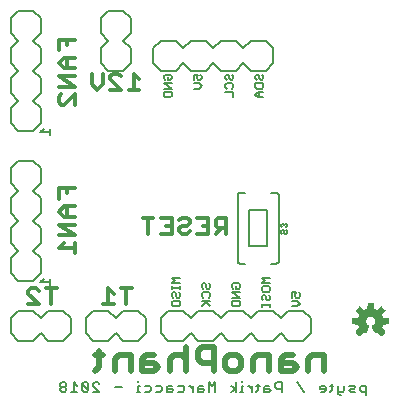
<source format=gbo>
G04 EAGLE Gerber RS-274X export*
G75*
%MOMM*%
%FSLAX34Y34*%
%LPD*%
%INSilkscreen Bottom*%
%IPPOS*%
%AMOC8*
5,1,8,0,0,1.08239X$1,22.5*%
G01*
%ADD10C,0.330200*%
%ADD11C,0.152400*%
%ADD12C,0.203200*%
%ADD13C,0.508000*%
%ADD14C,0.127000*%

G36*
X320470Y61106D02*
X320470Y61106D01*
X320578Y61116D01*
X320591Y61122D01*
X320605Y61124D01*
X320702Y61172D01*
X320801Y61217D01*
X320814Y61228D01*
X320823Y61232D01*
X320838Y61248D01*
X320915Y61310D01*
X323500Y63895D01*
X323563Y63984D01*
X323629Y64069D01*
X323634Y64082D01*
X323642Y64094D01*
X323673Y64197D01*
X323709Y64300D01*
X323709Y64314D01*
X323713Y64327D01*
X323709Y64435D01*
X323710Y64544D01*
X323705Y64557D01*
X323705Y64571D01*
X323667Y64673D01*
X323632Y64775D01*
X323623Y64790D01*
X323619Y64799D01*
X323605Y64816D01*
X323551Y64898D01*
X320787Y68288D01*
X321344Y69370D01*
X321350Y69390D01*
X321392Y69485D01*
X321763Y70644D01*
X326114Y71087D01*
X326218Y71115D01*
X326324Y71140D01*
X326336Y71147D01*
X326349Y71150D01*
X326439Y71211D01*
X326532Y71268D01*
X326540Y71279D01*
X326552Y71287D01*
X326618Y71373D01*
X326687Y71457D01*
X326691Y71470D01*
X326700Y71481D01*
X326734Y71584D01*
X326773Y71685D01*
X326774Y71703D01*
X326778Y71712D01*
X326778Y71734D01*
X326787Y71832D01*
X326787Y75488D01*
X326770Y75595D01*
X326756Y75703D01*
X326750Y75715D01*
X326748Y75729D01*
X326696Y75825D01*
X326649Y75922D01*
X326639Y75932D01*
X326633Y75944D01*
X326553Y76018D01*
X326477Y76095D01*
X326465Y76101D01*
X326455Y76111D01*
X326356Y76156D01*
X326259Y76204D01*
X326241Y76208D01*
X326232Y76212D01*
X326211Y76214D01*
X326114Y76233D01*
X321763Y76676D01*
X321392Y77835D01*
X321383Y77852D01*
X321381Y77860D01*
X321377Y77867D01*
X321344Y77950D01*
X320787Y79032D01*
X323551Y82422D01*
X323605Y82516D01*
X323662Y82608D01*
X323665Y82621D01*
X323672Y82633D01*
X323693Y82740D01*
X323718Y82845D01*
X323716Y82859D01*
X323719Y82873D01*
X323704Y82980D01*
X323694Y83088D01*
X323688Y83101D01*
X323686Y83115D01*
X323638Y83212D01*
X323593Y83311D01*
X323582Y83324D01*
X323578Y83333D01*
X323562Y83348D01*
X323500Y83425D01*
X320915Y86010D01*
X320826Y86073D01*
X320741Y86139D01*
X320728Y86144D01*
X320716Y86152D01*
X320613Y86183D01*
X320510Y86219D01*
X320496Y86219D01*
X320483Y86223D01*
X320375Y86219D01*
X320266Y86220D01*
X320253Y86215D01*
X320239Y86215D01*
X320137Y86177D01*
X320035Y86142D01*
X320020Y86133D01*
X320011Y86129D01*
X319994Y86115D01*
X319912Y86061D01*
X316522Y83297D01*
X315440Y83854D01*
X315420Y83860D01*
X315325Y83902D01*
X314166Y84273D01*
X313723Y88624D01*
X313695Y88728D01*
X313670Y88834D01*
X313663Y88846D01*
X313660Y88859D01*
X313599Y88949D01*
X313542Y89042D01*
X313531Y89050D01*
X313523Y89062D01*
X313437Y89128D01*
X313353Y89197D01*
X313340Y89201D01*
X313329Y89210D01*
X313226Y89244D01*
X313125Y89283D01*
X313107Y89284D01*
X313098Y89288D01*
X313076Y89288D01*
X312978Y89297D01*
X309322Y89297D01*
X309215Y89280D01*
X309107Y89266D01*
X309095Y89260D01*
X309081Y89258D01*
X308985Y89206D01*
X308888Y89159D01*
X308878Y89149D01*
X308866Y89143D01*
X308792Y89063D01*
X308715Y88987D01*
X308709Y88975D01*
X308699Y88965D01*
X308654Y88866D01*
X308606Y88769D01*
X308602Y88751D01*
X308598Y88742D01*
X308596Y88721D01*
X308577Y88624D01*
X308134Y84273D01*
X306975Y83902D01*
X306957Y83892D01*
X306860Y83854D01*
X305778Y83297D01*
X302388Y86061D01*
X302294Y86115D01*
X302202Y86172D01*
X302189Y86175D01*
X302177Y86182D01*
X302070Y86203D01*
X301965Y86228D01*
X301951Y86226D01*
X301937Y86229D01*
X301830Y86214D01*
X301722Y86204D01*
X301709Y86198D01*
X301696Y86196D01*
X301598Y86148D01*
X301499Y86103D01*
X301486Y86092D01*
X301477Y86088D01*
X301462Y86072D01*
X301385Y86010D01*
X298800Y83425D01*
X298737Y83336D01*
X298671Y83251D01*
X298666Y83238D01*
X298658Y83226D01*
X298627Y83123D01*
X298591Y83020D01*
X298591Y83006D01*
X298587Y82993D01*
X298591Y82885D01*
X298590Y82776D01*
X298595Y82763D01*
X298595Y82749D01*
X298633Y82647D01*
X298668Y82545D01*
X298677Y82530D01*
X298681Y82521D01*
X298695Y82504D01*
X298749Y82422D01*
X301513Y79032D01*
X300956Y77950D01*
X300950Y77930D01*
X300908Y77835D01*
X300537Y76676D01*
X296186Y76233D01*
X296082Y76205D01*
X295976Y76180D01*
X295964Y76173D01*
X295951Y76170D01*
X295861Y76109D01*
X295768Y76052D01*
X295760Y76041D01*
X295748Y76033D01*
X295682Y75947D01*
X295614Y75863D01*
X295609Y75850D01*
X295600Y75839D01*
X295566Y75736D01*
X295527Y75635D01*
X295526Y75617D01*
X295522Y75608D01*
X295523Y75586D01*
X295513Y75488D01*
X295513Y71832D01*
X295530Y71725D01*
X295544Y71617D01*
X295550Y71605D01*
X295552Y71591D01*
X295604Y71495D01*
X295651Y71398D01*
X295661Y71388D01*
X295667Y71376D01*
X295747Y71302D01*
X295823Y71225D01*
X295835Y71219D01*
X295846Y71209D01*
X295944Y71164D01*
X296041Y71116D01*
X296059Y71112D01*
X296068Y71108D01*
X296089Y71106D01*
X296186Y71087D01*
X300537Y70644D01*
X300908Y69485D01*
X300918Y69467D01*
X300956Y69370D01*
X301513Y68288D01*
X298749Y64898D01*
X298695Y64804D01*
X298638Y64712D01*
X298635Y64699D01*
X298628Y64687D01*
X298607Y64580D01*
X298582Y64475D01*
X298584Y64461D01*
X298581Y64447D01*
X298596Y64340D01*
X298606Y64232D01*
X298612Y64219D01*
X298614Y64206D01*
X298662Y64108D01*
X298707Y64009D01*
X298718Y63996D01*
X298722Y63987D01*
X298738Y63972D01*
X298800Y63895D01*
X301385Y61310D01*
X301474Y61247D01*
X301559Y61181D01*
X301572Y61176D01*
X301584Y61168D01*
X301687Y61137D01*
X301790Y61101D01*
X301804Y61101D01*
X301817Y61097D01*
X301925Y61101D01*
X302034Y61100D01*
X302047Y61105D01*
X302061Y61105D01*
X302163Y61143D01*
X302265Y61178D01*
X302280Y61187D01*
X302289Y61191D01*
X302306Y61205D01*
X302388Y61259D01*
X305778Y64023D01*
X306860Y63466D01*
X306913Y63449D01*
X306962Y63423D01*
X307028Y63412D01*
X307092Y63391D01*
X307148Y63392D01*
X307202Y63383D01*
X307269Y63394D01*
X307336Y63395D01*
X307388Y63413D01*
X307443Y63422D01*
X307503Y63454D01*
X307566Y63477D01*
X307609Y63511D01*
X307659Y63537D01*
X307705Y63586D01*
X307757Y63628D01*
X307788Y63675D01*
X307826Y63715D01*
X307882Y63820D01*
X307890Y63833D01*
X307891Y63838D01*
X307895Y63845D01*
X310048Y69042D01*
X310068Y69125D01*
X310073Y69138D01*
X310075Y69154D01*
X310100Y69239D01*
X310099Y69260D01*
X310104Y69280D01*
X310096Y69362D01*
X310098Y69381D01*
X310093Y69401D01*
X310089Y69482D01*
X310082Y69502D01*
X310080Y69523D01*
X310049Y69592D01*
X310042Y69619D01*
X310027Y69643D01*
X310001Y69710D01*
X309988Y69726D01*
X309979Y69745D01*
X309934Y69794D01*
X309914Y69826D01*
X309883Y69851D01*
X309845Y69897D01*
X309822Y69913D01*
X309812Y69923D01*
X309791Y69935D01*
X309726Y69980D01*
X309725Y69981D01*
X309724Y69982D01*
X308825Y70488D01*
X308138Y71132D01*
X307623Y71920D01*
X307311Y72808D01*
X307219Y73745D01*
X307352Y74677D01*
X307703Y75551D01*
X308252Y76316D01*
X308966Y76929D01*
X309806Y77354D01*
X310723Y77568D01*
X311664Y77558D01*
X312576Y77324D01*
X313406Y76881D01*
X314107Y76252D01*
X314639Y75475D01*
X314970Y74594D01*
X315083Y73659D01*
X314975Y72742D01*
X314655Y71874D01*
X314141Y71105D01*
X313462Y70478D01*
X312578Y69983D01*
X312536Y69950D01*
X312494Y69927D01*
X312463Y69894D01*
X312415Y69859D01*
X312403Y69843D01*
X312387Y69830D01*
X312352Y69775D01*
X312327Y69749D01*
X312313Y69718D01*
X312272Y69661D01*
X312266Y69642D01*
X312256Y69625D01*
X312237Y69550D01*
X312227Y69527D01*
X312224Y69503D01*
X312201Y69428D01*
X312202Y69408D01*
X312197Y69388D01*
X312204Y69303D01*
X312203Y69284D01*
X312206Y69267D01*
X312209Y69184D01*
X312217Y69159D01*
X312218Y69145D01*
X312228Y69123D01*
X312252Y69042D01*
X312561Y68297D01*
X313492Y66049D01*
X313802Y65300D01*
X314405Y63845D01*
X314434Y63798D01*
X314455Y63746D01*
X314498Y63695D01*
X314534Y63638D01*
X314577Y63603D01*
X314613Y63560D01*
X314670Y63526D01*
X314722Y63483D01*
X314774Y63464D01*
X314822Y63435D01*
X314888Y63421D01*
X314951Y63397D01*
X315006Y63395D01*
X315060Y63384D01*
X315127Y63391D01*
X315194Y63389D01*
X315248Y63405D01*
X315303Y63412D01*
X315414Y63456D01*
X315428Y63460D01*
X315432Y63463D01*
X315440Y63466D01*
X316522Y64023D01*
X319912Y61259D01*
X320006Y61205D01*
X320098Y61148D01*
X320111Y61145D01*
X320123Y61138D01*
X320230Y61117D01*
X320335Y61092D01*
X320349Y61094D01*
X320363Y61091D01*
X320470Y61106D01*
G37*
D10*
X60579Y186309D02*
X47106Y186309D01*
X47106Y177327D01*
X53842Y181818D02*
X53842Y186309D01*
X51597Y170873D02*
X60579Y170873D01*
X51597Y170873D02*
X47106Y166382D01*
X51597Y161891D01*
X60579Y161891D01*
X53842Y161891D02*
X53842Y170873D01*
X47106Y155437D02*
X60579Y155437D01*
X60579Y146455D02*
X47106Y155437D01*
X47106Y146455D02*
X60579Y146455D01*
X51597Y140001D02*
X47106Y135510D01*
X60579Y135510D01*
X60579Y140001D02*
X60579Y131018D01*
X60579Y312039D02*
X47106Y312039D01*
X47106Y303057D01*
X53842Y307548D02*
X53842Y312039D01*
X51597Y296603D02*
X60579Y296603D01*
X51597Y296603D02*
X47106Y292112D01*
X51597Y287621D01*
X60579Y287621D01*
X53842Y287621D02*
X53842Y296603D01*
X47106Y281167D02*
X60579Y281167D01*
X60579Y272185D02*
X47106Y281167D01*
X47106Y272185D02*
X60579Y272185D01*
X60579Y265731D02*
X60579Y256748D01*
X51597Y256748D02*
X60579Y265731D01*
X51597Y256748D02*
X49351Y256748D01*
X47106Y258994D01*
X47106Y263485D01*
X49351Y265731D01*
D11*
X213608Y279143D02*
X214710Y278042D01*
X213608Y279143D02*
X213608Y281346D01*
X214710Y282448D01*
X215812Y282448D01*
X216913Y281346D01*
X216913Y279143D01*
X218015Y278042D01*
X219116Y278042D01*
X220218Y279143D01*
X220218Y281346D01*
X219116Y282448D01*
X220218Y274964D02*
X213608Y274964D01*
X220218Y274964D02*
X220218Y271659D01*
X219116Y270557D01*
X214710Y270557D01*
X213608Y271659D01*
X213608Y274964D01*
X215812Y267480D02*
X220218Y267480D01*
X215812Y267480D02*
X213608Y265277D01*
X215812Y263073D01*
X220218Y263073D01*
X216913Y263073D02*
X216913Y267480D01*
D10*
X104348Y101485D02*
X104348Y88011D01*
X108839Y101485D02*
X99857Y101485D01*
X93403Y96993D02*
X88912Y101485D01*
X88912Y88011D01*
X93403Y88011D02*
X84421Y88011D01*
X40848Y88011D02*
X40848Y101485D01*
X45339Y101485D02*
X36357Y101485D01*
X29903Y88011D02*
X20921Y88011D01*
X29903Y88011D02*
X20921Y96993D01*
X20921Y99239D01*
X23166Y101485D01*
X27657Y101485D01*
X29903Y99239D01*
X115189Y278603D02*
X110698Y283095D01*
X110698Y269621D01*
X115189Y269621D02*
X106207Y269621D01*
X99753Y269621D02*
X90771Y269621D01*
X99753Y269621D02*
X90771Y278603D01*
X90771Y280849D01*
X93016Y283095D01*
X97507Y283095D01*
X99753Y280849D01*
X84317Y283095D02*
X84317Y274112D01*
X79826Y269621D01*
X75335Y274112D01*
X75335Y283095D01*
D12*
X34201Y236474D02*
X31489Y233762D01*
X39624Y233762D01*
X39624Y231051D02*
X39624Y236474D01*
X34201Y109474D02*
X31489Y106762D01*
X39624Y106762D01*
X39624Y104051D02*
X39624Y109474D01*
D13*
X271780Y45308D02*
X271780Y31750D01*
X271780Y45308D02*
X261611Y45308D01*
X258222Y41919D01*
X258222Y31750D01*
X245002Y45308D02*
X238223Y45308D01*
X234834Y41919D01*
X234834Y31750D01*
X245002Y31750D01*
X248392Y35140D01*
X245002Y38529D01*
X234834Y38529D01*
X225004Y31750D02*
X225004Y45308D01*
X214835Y45308D01*
X211446Y41919D01*
X211446Y31750D01*
X198227Y31750D02*
X191447Y31750D01*
X188058Y35140D01*
X188058Y41919D01*
X191447Y45308D01*
X198227Y45308D01*
X201616Y41919D01*
X201616Y35140D01*
X198227Y31750D01*
X178228Y31750D02*
X178228Y52087D01*
X168059Y52087D01*
X164670Y48698D01*
X164670Y41919D01*
X168059Y38529D01*
X178228Y38529D01*
X154840Y31750D02*
X154840Y52087D01*
X151451Y45308D02*
X154840Y41919D01*
X151451Y45308D02*
X144671Y45308D01*
X141282Y41919D01*
X141282Y31750D01*
X128063Y45308D02*
X121284Y45308D01*
X117894Y41919D01*
X117894Y31750D01*
X128063Y31750D01*
X131452Y35140D01*
X128063Y38529D01*
X117894Y38529D01*
X108064Y31750D02*
X108064Y45308D01*
X97896Y45308D01*
X94506Y41919D01*
X94506Y31750D01*
X81287Y35140D02*
X81287Y48698D01*
X81287Y35140D02*
X77897Y31750D01*
X77897Y45308D02*
X84676Y45308D01*
D12*
X307594Y19139D02*
X307594Y11004D01*
X307594Y19139D02*
X303527Y19139D01*
X302171Y17783D01*
X302171Y15072D01*
X303527Y13716D01*
X307594Y13716D01*
X298239Y13716D02*
X294171Y13716D01*
X292816Y15072D01*
X294171Y16428D01*
X296883Y16428D01*
X298239Y17783D01*
X296883Y19139D01*
X292816Y19139D01*
X288884Y19139D02*
X288884Y15072D01*
X287528Y13716D01*
X283460Y13716D01*
X283460Y12360D02*
X283460Y19139D01*
X283460Y12360D02*
X284816Y11004D01*
X286172Y11004D01*
X278173Y15072D02*
X278173Y20495D01*
X278173Y15072D02*
X276817Y13716D01*
X276817Y19139D02*
X279528Y19139D01*
X271936Y13716D02*
X269224Y13716D01*
X271936Y13716D02*
X273292Y15072D01*
X273292Y17783D01*
X271936Y19139D01*
X269224Y19139D01*
X267868Y17783D01*
X267868Y16428D01*
X273292Y16428D01*
X254581Y13716D02*
X249158Y21851D01*
X235871Y21851D02*
X235871Y13716D01*
X235871Y21851D02*
X231803Y21851D01*
X230448Y20495D01*
X230448Y17783D01*
X231803Y16428D01*
X235871Y16428D01*
X225160Y19139D02*
X222448Y19139D01*
X221092Y17783D01*
X221092Y13716D01*
X225160Y13716D01*
X226516Y15072D01*
X225160Y16428D01*
X221092Y16428D01*
X215805Y15072D02*
X215805Y20495D01*
X215805Y15072D02*
X214449Y13716D01*
X214449Y19139D02*
X217161Y19139D01*
X210924Y19139D02*
X210924Y13716D01*
X210924Y16428D02*
X208212Y19139D01*
X206856Y19139D01*
X203128Y19139D02*
X201772Y19139D01*
X201772Y13716D01*
X203128Y13716D02*
X200416Y13716D01*
X201772Y21851D02*
X201772Y23207D01*
X196891Y21851D02*
X196891Y13716D01*
X196891Y16428D02*
X192824Y13716D01*
X196891Y16428D02*
X192824Y19139D01*
X179740Y21851D02*
X179740Y13716D01*
X177028Y19139D02*
X179740Y21851D01*
X177028Y19139D02*
X174317Y21851D01*
X174317Y13716D01*
X169029Y19139D02*
X166317Y19139D01*
X164961Y17783D01*
X164961Y13716D01*
X169029Y13716D01*
X170385Y15072D01*
X169029Y16428D01*
X164961Y16428D01*
X161029Y19139D02*
X161029Y13716D01*
X161029Y16428D02*
X158318Y19139D01*
X156962Y19139D01*
X151878Y19139D02*
X147810Y19139D01*
X151878Y19139D02*
X153234Y17783D01*
X153234Y15072D01*
X151878Y13716D01*
X147810Y13716D01*
X142523Y19139D02*
X139811Y19139D01*
X138455Y17783D01*
X138455Y13716D01*
X142523Y13716D01*
X143878Y15072D01*
X142523Y16428D01*
X138455Y16428D01*
X133167Y19139D02*
X129100Y19139D01*
X133167Y19139D02*
X134523Y17783D01*
X134523Y15072D01*
X133167Y13716D01*
X129100Y13716D01*
X123812Y19139D02*
X119745Y19139D01*
X123812Y19139D02*
X125168Y17783D01*
X125168Y15072D01*
X123812Y13716D01*
X119745Y13716D01*
X115813Y19139D02*
X114457Y19139D01*
X114457Y13716D01*
X115813Y13716D02*
X113101Y13716D01*
X114457Y21851D02*
X114457Y23207D01*
X100221Y17783D02*
X94798Y17783D01*
X81510Y13716D02*
X76087Y13716D01*
X81510Y13716D02*
X76087Y19139D01*
X76087Y20495D01*
X77443Y21851D01*
X80155Y21851D01*
X81510Y20495D01*
X72155Y20495D02*
X72155Y15072D01*
X72155Y20495D02*
X70799Y21851D01*
X68088Y21851D01*
X66732Y20495D01*
X66732Y15072D01*
X68088Y13716D01*
X70799Y13716D01*
X72155Y15072D01*
X66732Y20495D01*
X62800Y19139D02*
X60088Y21851D01*
X60088Y13716D01*
X57377Y13716D02*
X62800Y13716D01*
X53445Y20495D02*
X52089Y21851D01*
X49377Y21851D01*
X48022Y20495D01*
X48022Y19139D01*
X49377Y17783D01*
X48022Y16428D01*
X48022Y15072D01*
X49377Y13716D01*
X52089Y13716D01*
X53445Y15072D01*
X53445Y16428D01*
X52089Y17783D01*
X53445Y19139D01*
X53445Y20495D01*
X52089Y17783D02*
X49377Y17783D01*
D10*
X188849Y147701D02*
X188849Y161175D01*
X182112Y161175D01*
X179867Y158929D01*
X179867Y154438D01*
X182112Y152192D01*
X188849Y152192D01*
X184358Y152192D02*
X179867Y147701D01*
X173413Y161175D02*
X164431Y161175D01*
X173413Y161175D02*
X173413Y147701D01*
X164431Y147701D01*
X168922Y154438D02*
X173413Y154438D01*
X151240Y161175D02*
X148995Y158929D01*
X151240Y161175D02*
X155731Y161175D01*
X157977Y158929D01*
X157977Y156683D01*
X155731Y154438D01*
X151240Y154438D01*
X148995Y152192D01*
X148995Y149947D01*
X151240Y147701D01*
X155731Y147701D01*
X157977Y149947D01*
X142541Y161175D02*
X133558Y161175D01*
X142541Y161175D02*
X142541Y147701D01*
X133558Y147701D01*
X138050Y154438D02*
X142541Y154438D01*
X122614Y147701D02*
X122614Y161175D01*
X127105Y161175D02*
X118122Y161175D01*
D11*
X189310Y278042D02*
X188208Y279143D01*
X188208Y281346D01*
X189310Y282448D01*
X190412Y282448D01*
X191513Y281346D01*
X191513Y279143D01*
X192615Y278042D01*
X193716Y278042D01*
X194818Y279143D01*
X194818Y281346D01*
X193716Y282448D01*
X188208Y271659D02*
X189310Y270557D01*
X188208Y271659D02*
X188208Y273862D01*
X189310Y274964D01*
X193716Y274964D01*
X194818Y273862D01*
X194818Y271659D01*
X193716Y270557D01*
X194818Y267480D02*
X188208Y267480D01*
X194818Y267480D02*
X194818Y263073D01*
X161538Y278042D02*
X161538Y282448D01*
X164843Y282448D01*
X163742Y280245D01*
X163742Y279143D01*
X164843Y278042D01*
X167046Y278042D01*
X168148Y279143D01*
X168148Y281346D01*
X167046Y282448D01*
X165945Y274964D02*
X161538Y274964D01*
X165945Y274964D02*
X168148Y272761D01*
X165945Y270557D01*
X161538Y270557D01*
X137240Y278042D02*
X136138Y279143D01*
X136138Y281346D01*
X137240Y282448D01*
X141646Y282448D01*
X142748Y281346D01*
X142748Y279143D01*
X141646Y278042D01*
X139443Y278042D01*
X139443Y280245D01*
X142748Y274964D02*
X136138Y274964D01*
X142748Y270557D01*
X136138Y270557D01*
X136138Y267480D02*
X142748Y267480D01*
X142748Y264175D01*
X141646Y263073D01*
X137240Y263073D01*
X136138Y264175D01*
X136138Y267480D01*
X193796Y102206D02*
X194898Y101104D01*
X193796Y102206D02*
X193796Y104409D01*
X194898Y105510D01*
X199304Y105510D01*
X200406Y104409D01*
X200406Y102206D01*
X199304Y101104D01*
X197101Y101104D01*
X197101Y103307D01*
X200406Y98026D02*
X193796Y98026D01*
X200406Y93620D01*
X193796Y93620D01*
X193796Y90542D02*
X200406Y90542D01*
X200406Y87237D01*
X199304Y86136D01*
X194898Y86136D01*
X193796Y87237D01*
X193796Y90542D01*
X149606Y110500D02*
X142996Y110500D01*
X145200Y108297D01*
X142996Y106094D01*
X149606Y106094D01*
X149606Y103016D02*
X149606Y100813D01*
X149606Y101914D02*
X142996Y101914D01*
X142996Y100813D02*
X142996Y103016D01*
X142996Y94722D02*
X144098Y93620D01*
X142996Y94722D02*
X142996Y96925D01*
X144098Y98026D01*
X145200Y98026D01*
X146301Y96925D01*
X146301Y94722D01*
X147403Y93620D01*
X148504Y93620D01*
X149606Y94722D01*
X149606Y96925D01*
X148504Y98026D01*
X142996Y89441D02*
X142996Y87237D01*
X142996Y89441D02*
X144098Y90542D01*
X148504Y90542D01*
X149606Y89441D01*
X149606Y87237D01*
X148504Y86136D01*
X144098Y86136D01*
X142996Y87237D01*
X168396Y102206D02*
X169498Y101104D01*
X168396Y102206D02*
X168396Y104409D01*
X169498Y105510D01*
X170600Y105510D01*
X171701Y104409D01*
X171701Y102206D01*
X172803Y101104D01*
X173904Y101104D01*
X175006Y102206D01*
X175006Y104409D01*
X173904Y105510D01*
X168396Y94722D02*
X169498Y93620D01*
X168396Y94722D02*
X168396Y96925D01*
X169498Y98026D01*
X173904Y98026D01*
X175006Y96925D01*
X175006Y94722D01*
X173904Y93620D01*
X175006Y90542D02*
X168396Y90542D01*
X168396Y86136D02*
X172803Y90542D01*
X171701Y89441D02*
X175006Y86136D01*
X219196Y110500D02*
X225806Y110500D01*
X221400Y108297D02*
X219196Y110500D01*
X221400Y108297D02*
X219196Y106094D01*
X225806Y106094D01*
X219196Y101914D02*
X219196Y99711D01*
X219196Y101914D02*
X220298Y103016D01*
X224704Y103016D01*
X225806Y101914D01*
X225806Y99711D01*
X224704Y98609D01*
X220298Y98609D01*
X219196Y99711D01*
X219196Y92227D02*
X220298Y91125D01*
X219196Y92227D02*
X219196Y94430D01*
X220298Y95532D01*
X221400Y95532D01*
X222501Y94430D01*
X222501Y92227D01*
X223603Y91125D01*
X224704Y91125D01*
X225806Y92227D01*
X225806Y94430D01*
X224704Y95532D01*
X225806Y88047D02*
X225806Y85844D01*
X225806Y86946D02*
X219196Y86946D01*
X219196Y88047D02*
X219196Y85844D01*
X244596Y93620D02*
X244596Y98026D01*
X247901Y98026D01*
X246800Y95823D01*
X246800Y94722D01*
X247901Y93620D01*
X250104Y93620D01*
X251206Y94722D01*
X251206Y96925D01*
X250104Y98026D01*
X249003Y90542D02*
X244596Y90542D01*
X249003Y90542D02*
X251206Y88339D01*
X249003Y86136D01*
X244596Y86136D01*
D12*
X88900Y57150D02*
X76200Y57150D01*
X88900Y57150D02*
X95250Y63500D01*
X95250Y76200D02*
X88900Y82550D01*
X95250Y63500D02*
X101600Y57150D01*
X114300Y57150D01*
X120650Y63500D01*
X120650Y76200D02*
X114300Y82550D01*
X101600Y82550D01*
X95250Y76200D01*
X69850Y76200D02*
X69850Y63500D01*
X76200Y57150D01*
X69850Y76200D02*
X76200Y82550D01*
X88900Y82550D01*
X120650Y76200D02*
X120650Y63500D01*
X25400Y57150D02*
X12700Y57150D01*
X25400Y57150D02*
X31750Y63500D01*
X31750Y76200D02*
X25400Y82550D01*
X31750Y63500D02*
X38100Y57150D01*
X50800Y57150D01*
X57150Y63500D01*
X57150Y76200D02*
X50800Y82550D01*
X38100Y82550D01*
X31750Y76200D01*
X6350Y76200D02*
X6350Y63500D01*
X12700Y57150D01*
X6350Y76200D02*
X12700Y82550D01*
X25400Y82550D01*
X57150Y76200D02*
X57150Y63500D01*
X230900Y122400D02*
X230998Y122402D01*
X231096Y122408D01*
X231194Y122417D01*
X231291Y122431D01*
X231388Y122448D01*
X231484Y122469D01*
X231579Y122494D01*
X231673Y122522D01*
X231765Y122555D01*
X231857Y122590D01*
X231947Y122630D01*
X232035Y122672D01*
X232122Y122719D01*
X232206Y122768D01*
X232289Y122821D01*
X232369Y122877D01*
X232448Y122937D01*
X232524Y122999D01*
X232597Y123064D01*
X232668Y123132D01*
X232736Y123203D01*
X232801Y123276D01*
X232863Y123352D01*
X232923Y123431D01*
X232979Y123511D01*
X233032Y123594D01*
X233081Y123678D01*
X233128Y123765D01*
X233170Y123853D01*
X233210Y123943D01*
X233245Y124035D01*
X233278Y124127D01*
X233306Y124221D01*
X233331Y124316D01*
X233352Y124412D01*
X233369Y124509D01*
X233383Y124606D01*
X233392Y124704D01*
X233398Y124802D01*
X233400Y124900D01*
X233400Y179900D01*
X233398Y179998D01*
X233392Y180096D01*
X233383Y180194D01*
X233369Y180291D01*
X233352Y180388D01*
X233331Y180484D01*
X233306Y180579D01*
X233278Y180673D01*
X233245Y180765D01*
X233210Y180857D01*
X233170Y180947D01*
X233128Y181035D01*
X233081Y181122D01*
X233032Y181206D01*
X232979Y181289D01*
X232923Y181369D01*
X232863Y181448D01*
X232801Y181524D01*
X232736Y181597D01*
X232668Y181668D01*
X232597Y181736D01*
X232524Y181801D01*
X232448Y181863D01*
X232369Y181923D01*
X232289Y181979D01*
X232206Y182032D01*
X232122Y182081D01*
X232035Y182128D01*
X231947Y182170D01*
X231857Y182210D01*
X231765Y182245D01*
X231673Y182278D01*
X231579Y182306D01*
X231484Y182331D01*
X231388Y182352D01*
X231291Y182369D01*
X231194Y182383D01*
X231096Y182392D01*
X230998Y182398D01*
X230900Y182400D01*
X200900Y182400D02*
X200802Y182398D01*
X200704Y182392D01*
X200606Y182383D01*
X200509Y182369D01*
X200412Y182352D01*
X200316Y182331D01*
X200221Y182306D01*
X200127Y182278D01*
X200035Y182245D01*
X199943Y182210D01*
X199853Y182170D01*
X199765Y182128D01*
X199678Y182081D01*
X199594Y182032D01*
X199511Y181979D01*
X199431Y181923D01*
X199352Y181863D01*
X199276Y181801D01*
X199203Y181736D01*
X199132Y181668D01*
X199064Y181597D01*
X198999Y181524D01*
X198937Y181448D01*
X198877Y181369D01*
X198821Y181289D01*
X198768Y181206D01*
X198719Y181122D01*
X198672Y181035D01*
X198630Y180947D01*
X198590Y180857D01*
X198555Y180765D01*
X198522Y180673D01*
X198494Y180579D01*
X198469Y180484D01*
X198448Y180388D01*
X198431Y180291D01*
X198417Y180194D01*
X198408Y180096D01*
X198402Y179998D01*
X198400Y179900D01*
X198400Y124900D01*
X198402Y124802D01*
X198408Y124704D01*
X198417Y124606D01*
X198431Y124509D01*
X198448Y124412D01*
X198469Y124316D01*
X198494Y124221D01*
X198522Y124127D01*
X198555Y124035D01*
X198590Y123943D01*
X198630Y123853D01*
X198672Y123765D01*
X198719Y123678D01*
X198768Y123594D01*
X198821Y123511D01*
X198877Y123431D01*
X198937Y123352D01*
X198999Y123276D01*
X199064Y123203D01*
X199132Y123132D01*
X199203Y123064D01*
X199276Y122999D01*
X199352Y122937D01*
X199431Y122877D01*
X199511Y122821D01*
X199594Y122768D01*
X199678Y122719D01*
X199765Y122672D01*
X199853Y122630D01*
X199943Y122590D01*
X200035Y122555D01*
X200127Y122522D01*
X200221Y122494D01*
X200316Y122469D01*
X200412Y122448D01*
X200509Y122431D01*
X200606Y122417D01*
X200704Y122408D01*
X200802Y122402D01*
X200900Y122400D01*
X204900Y122400D01*
X226900Y122400D02*
X230900Y122400D01*
X230900Y182400D02*
X226900Y182400D01*
X204900Y182400D02*
X200900Y182400D01*
X223400Y167400D02*
X223400Y137400D01*
X208400Y137400D02*
X208400Y167400D01*
X208400Y137400D02*
X223400Y137400D01*
X223400Y167400D02*
X208400Y167400D01*
D14*
X239610Y150642D02*
X240415Y149837D01*
X240415Y148227D01*
X239610Y147422D01*
X238805Y147422D01*
X238000Y148227D01*
X238000Y149837D01*
X237195Y150642D01*
X236390Y150642D01*
X235585Y149837D01*
X235585Y148227D01*
X236390Y147422D01*
X239610Y153035D02*
X240415Y153840D01*
X240415Y155450D01*
X239610Y156255D01*
X238805Y156255D01*
X238000Y155450D01*
X238000Y154645D01*
X238000Y155450D02*
X237195Y156255D01*
X236390Y156255D01*
X235585Y155450D01*
X235585Y153840D01*
X236390Y153035D01*
D12*
X82550Y317500D02*
X82550Y330200D01*
X82550Y317500D02*
X88900Y311150D01*
X101600Y311150D02*
X107950Y317500D01*
X88900Y311150D02*
X82550Y304800D01*
X82550Y292100D01*
X88900Y285750D01*
X101600Y285750D02*
X107950Y292100D01*
X107950Y304800D01*
X101600Y311150D01*
X101600Y336550D02*
X88900Y336550D01*
X82550Y330200D01*
X101600Y336550D02*
X107950Y330200D01*
X107950Y317500D01*
X101600Y285750D02*
X88900Y285750D01*
X165100Y82550D02*
X177800Y82550D01*
X165100Y82550D02*
X158750Y76200D01*
X158750Y63500D02*
X165100Y57150D01*
X158750Y76200D02*
X152400Y82550D01*
X139700Y82550D01*
X133350Y76200D01*
X133350Y63500D02*
X139700Y57150D01*
X152400Y57150D01*
X158750Y63500D01*
X203200Y82550D02*
X209550Y76200D01*
X203200Y82550D02*
X190500Y82550D01*
X184150Y76200D01*
X184150Y63500D02*
X190500Y57150D01*
X203200Y57150D01*
X209550Y63500D01*
X184150Y76200D02*
X177800Y82550D01*
X184150Y63500D02*
X177800Y57150D01*
X165100Y57150D01*
X241300Y82550D02*
X254000Y82550D01*
X241300Y82550D02*
X234950Y76200D01*
X234950Y63500D02*
X241300Y57150D01*
X234950Y76200D02*
X228600Y82550D01*
X215900Y82550D01*
X209550Y76200D01*
X209550Y63500D02*
X215900Y57150D01*
X228600Y57150D01*
X234950Y63500D01*
X260350Y63500D02*
X260350Y76200D01*
X254000Y82550D01*
X260350Y63500D02*
X254000Y57150D01*
X241300Y57150D01*
X133350Y63500D02*
X133350Y76200D01*
X31750Y317500D02*
X31750Y330200D01*
X25400Y336550D01*
X12700Y336550D02*
X6350Y330200D01*
X31750Y292100D02*
X25400Y285750D01*
X31750Y292100D02*
X31750Y304800D01*
X25400Y311150D01*
X12700Y311150D02*
X6350Y304800D01*
X6350Y292100D01*
X12700Y285750D01*
X25400Y311150D02*
X31750Y317500D01*
X12700Y311150D02*
X6350Y317500D01*
X6350Y330200D01*
X31750Y254000D02*
X31750Y241300D01*
X31750Y254000D02*
X25400Y260350D01*
X12700Y260350D02*
X6350Y254000D01*
X25400Y260350D02*
X31750Y266700D01*
X31750Y279400D01*
X25400Y285750D01*
X12700Y285750D02*
X6350Y279400D01*
X6350Y266700D01*
X12700Y260350D01*
X12700Y234950D02*
X25400Y234950D01*
X31750Y241300D01*
X12700Y234950D02*
X6350Y241300D01*
X6350Y254000D01*
X12700Y336550D02*
X25400Y336550D01*
X31750Y203200D02*
X31750Y190500D01*
X31750Y203200D02*
X25400Y209550D01*
X12700Y209550D02*
X6350Y203200D01*
X31750Y165100D02*
X25400Y158750D01*
X31750Y165100D02*
X31750Y177800D01*
X25400Y184150D01*
X12700Y184150D02*
X6350Y177800D01*
X6350Y165100D01*
X12700Y158750D01*
X25400Y184150D02*
X31750Y190500D01*
X12700Y184150D02*
X6350Y190500D01*
X6350Y203200D01*
X31750Y127000D02*
X31750Y114300D01*
X31750Y127000D02*
X25400Y133350D01*
X12700Y133350D02*
X6350Y127000D01*
X25400Y133350D02*
X31750Y139700D01*
X31750Y152400D01*
X25400Y158750D01*
X12700Y158750D02*
X6350Y152400D01*
X6350Y139700D01*
X12700Y133350D01*
X12700Y107950D02*
X25400Y107950D01*
X31750Y114300D01*
X12700Y107950D02*
X6350Y114300D01*
X6350Y127000D01*
X12700Y209550D02*
X25400Y209550D01*
X209550Y285750D02*
X222250Y285750D01*
X228600Y292100D01*
X228600Y304800D02*
X222250Y311150D01*
X184150Y285750D02*
X177800Y292100D01*
X184150Y285750D02*
X196850Y285750D01*
X203200Y292100D01*
X203200Y304800D02*
X196850Y311150D01*
X184150Y311150D01*
X177800Y304800D01*
X203200Y292100D02*
X209550Y285750D01*
X203200Y304800D02*
X209550Y311150D01*
X222250Y311150D01*
X146050Y285750D02*
X133350Y285750D01*
X146050Y285750D02*
X152400Y292100D01*
X152400Y304800D02*
X146050Y311150D01*
X152400Y292100D02*
X158750Y285750D01*
X171450Y285750D01*
X177800Y292100D01*
X177800Y304800D02*
X171450Y311150D01*
X158750Y311150D01*
X152400Y304800D01*
X127000Y304800D02*
X127000Y292100D01*
X133350Y285750D01*
X127000Y304800D02*
X133350Y311150D01*
X146050Y311150D01*
X228600Y304800D02*
X228600Y292100D01*
M02*

</source>
